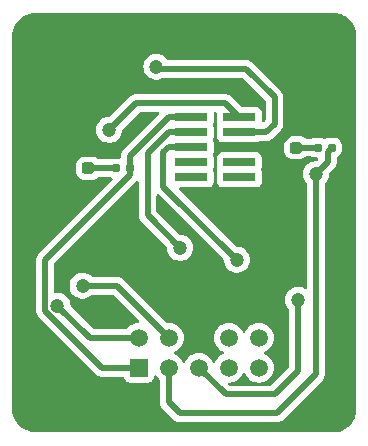
<source format=gbr>
%TF.GenerationSoftware,KiCad,Pcbnew,8.0.5*%
%TF.CreationDate,2024-11-27T14:45:04+01:00*%
%TF.ProjectId,TOF_PCB_COTE,544f465f-5043-4425-9f43-4f54452e6b69,rev?*%
%TF.SameCoordinates,Original*%
%TF.FileFunction,Copper,L1,Top*%
%TF.FilePolarity,Positive*%
%FSLAX46Y46*%
G04 Gerber Fmt 4.6, Leading zero omitted, Abs format (unit mm)*
G04 Created by KiCad (PCBNEW 8.0.5) date 2024-11-27 14:45:04*
%MOMM*%
%LPD*%
G01*
G04 APERTURE LIST*
G04 Aperture macros list*
%AMRoundRect*
0 Rectangle with rounded corners*
0 $1 Rounding radius*
0 $2 $3 $4 $5 $6 $7 $8 $9 X,Y pos of 4 corners*
0 Add a 4 corners polygon primitive as box body*
4,1,4,$2,$3,$4,$5,$6,$7,$8,$9,$2,$3,0*
0 Add four circle primitives for the rounded corners*
1,1,$1+$1,$2,$3*
1,1,$1+$1,$4,$5*
1,1,$1+$1,$6,$7*
1,1,$1+$1,$8,$9*
0 Add four rect primitives between the rounded corners*
20,1,$1+$1,$2,$3,$4,$5,0*
20,1,$1+$1,$4,$5,$6,$7,0*
20,1,$1+$1,$6,$7,$8,$9,0*
20,1,$1+$1,$8,$9,$2,$3,0*%
G04 Aperture macros list end*
%TA.AperFunction,SMDPad,CuDef*%
%ADD10RoundRect,0.237500X-0.287500X-0.237500X0.287500X-0.237500X0.287500X0.237500X-0.287500X0.237500X0*%
%TD*%
%TA.AperFunction,SMDPad,CuDef*%
%ADD11RoundRect,0.160000X-0.197500X-0.160000X0.197500X-0.160000X0.197500X0.160000X-0.197500X0.160000X0*%
%TD*%
%TA.AperFunction,SMDPad,CuDef*%
%ADD12R,2.790000X0.740000*%
%TD*%
%TA.AperFunction,ComponentPad*%
%ADD13R,1.508000X1.508000*%
%TD*%
%TA.AperFunction,ComponentPad*%
%ADD14C,1.508000*%
%TD*%
%TA.AperFunction,ViaPad*%
%ADD15C,1.200000*%
%TD*%
%TA.AperFunction,Conductor*%
%ADD16C,0.500000*%
%TD*%
G04 APERTURE END LIST*
D10*
%TO.P,D101,1,K*%
%TO.N,GND*%
X128500000Y-94650000D03*
%TO.P,D101,2,A*%
%TO.N,Net-(D101-A)*%
X130250000Y-94650000D03*
%TD*%
D11*
%TO.P,R101,1*%
%TO.N,Net-(D101-A)*%
X132555000Y-94650000D03*
%TO.P,R101,2*%
%TO.N,/TOF_GPIO1*%
X133750000Y-94650000D03*
%TD*%
D10*
%TO.P,D102,1,K*%
%TO.N,GND*%
X146097500Y-92900000D03*
%TO.P,D102,2,A*%
%TO.N,Net-(D102-A)*%
X147847500Y-92900000D03*
%TD*%
D12*
%TO.P,J101,01,01*%
%TO.N,/TOF_GPIO1*%
X138945000Y-90325000D03*
%TO.P,J101,02,02*%
%TO.N,/I2C_MAIN_SDA*%
X143015000Y-90325000D03*
%TO.P,J101,03,03*%
%TO.N,/TOF_XSHUT*%
X138945000Y-91595000D03*
%TO.P,J101,04,04*%
%TO.N,/I2C_MAIN_SCL*%
X143015000Y-91595000D03*
%TO.P,J101,05,05*%
%TO.N,+5V*%
X138945000Y-92865000D03*
%TO.P,J101,06,06*%
%TO.N,GND*%
X143015000Y-92865000D03*
%TO.P,J101,07,07*%
%TO.N,unconnected-(J101-Pad07)*%
X138945000Y-94135000D03*
%TO.P,J101,08,08*%
%TO.N,unconnected-(J101-Pad08)*%
X143015000Y-94135000D03*
%TO.P,J101,09,09*%
%TO.N,unconnected-(J101-Pad09)*%
X138945000Y-95405000D03*
%TO.P,J101,10,10*%
%TO.N,unconnected-(J101-Pad10)*%
X143015000Y-95405000D03*
%TD*%
D11*
%TO.P,R102,1*%
%TO.N,Net-(D102-A)*%
X149652500Y-92900000D03*
%TO.P,R102,2*%
%TO.N,/TOF_XSHUT*%
X150847500Y-92900000D03*
%TD*%
D13*
%TO.P,U101,1,INT_I*%
%TO.N,/TOF_GPIO1*%
X134520000Y-111540000D03*
D14*
%TO.P,U101,2,SCL_I*%
%TO.N,/I2C_MAIN_SCL*%
X134520000Y-109000000D03*
%TO.P,U101,3,XSDN_I*%
%TO.N,/TOF_XSHUT*%
X137060000Y-111540000D03*
%TO.P,U101,4,SDA_I*%
%TO.N,/I2C_MAIN_SDA*%
X137060000Y-109000000D03*
%TO.P,U101,5,VDD*%
%TO.N,+5V*%
X139600000Y-111540000D03*
%TO.P,U101,6,GND*%
%TO.N,GND*%
X139600000Y-109000000D03*
%TO.P,U101,7,NC*%
%TO.N,unconnected-(U101-NC-Pad7)*%
X142140000Y-111540000D03*
%TO.P,U101,8,NC*%
%TO.N,unconnected-(U101-NC-Pad8)*%
X142140000Y-109000000D03*
%TO.P,U101,9,NC1_I*%
%TO.N,unconnected-(U101-NC1_I-Pad9)*%
X144680000Y-111540000D03*
%TO.P,U101,10,NC0_I*%
%TO.N,unconnected-(U101-NC0_I-Pad10)*%
X144680000Y-109000000D03*
%TD*%
D15*
%TO.N,/TOF_XSHUT*%
X138007537Y-101392463D03*
X149500000Y-95150000D03*
%TO.N,/I2C_MAIN_SCL*%
X127625000Y-106275000D03*
X136000000Y-86050000D03*
%TO.N,+5V*%
X148000000Y-105800000D03*
X142800000Y-102400000D03*
%TO.N,/I2C_MAIN_SDA*%
X129750000Y-104600000D03*
X132000000Y-91400000D03*
%TD*%
D16*
%TO.N,GND*%
X133900000Y-84500000D02*
X144350000Y-84500000D01*
X146062500Y-92865000D02*
X146097500Y-92900000D01*
X143015000Y-92865000D02*
X146062500Y-92865000D01*
X139600000Y-109000000D02*
X146097500Y-102502500D01*
X128500000Y-89900000D02*
X133900000Y-84500000D01*
X147750000Y-91247500D02*
X146097500Y-92900000D01*
X128500000Y-94650000D02*
X128500000Y-89900000D01*
X146097500Y-102502500D02*
X146097500Y-92900000D01*
X144350000Y-84500000D02*
X147750000Y-87900000D01*
X147750000Y-87900000D02*
X147750000Y-91247500D01*
%TO.N,Net-(D101-A)*%
X132555000Y-94650000D02*
X130250000Y-94650000D01*
%TO.N,Net-(D102-A)*%
X149652500Y-92900000D02*
X147847500Y-92900000D01*
%TO.N,/TOF_GPIO1*%
X134520000Y-111540000D02*
X131405075Y-111540000D01*
X133750000Y-95250000D02*
X133750000Y-94650000D01*
X126575000Y-102425000D02*
X133750000Y-95250000D01*
X126575000Y-106709925D02*
X126575000Y-102425000D01*
X133750000Y-94650000D02*
X133750000Y-93625000D01*
X133750000Y-93625000D02*
X137050000Y-90325000D01*
X131405075Y-111540000D02*
X126575000Y-106709925D01*
X137050000Y-90325000D02*
X138945000Y-90325000D01*
%TO.N,/TOF_XSHUT*%
X135250000Y-98634926D02*
X135250000Y-93395000D01*
X150500000Y-93247500D02*
X150847500Y-92900000D01*
X150500000Y-94150000D02*
X150500000Y-93247500D01*
X138007537Y-101392463D02*
X135250000Y-98634926D01*
X149500000Y-112100000D02*
X149500000Y-95150000D01*
X138000000Y-115400000D02*
X146200000Y-115400000D01*
X146200000Y-115400000D02*
X149500000Y-112100000D01*
X137060000Y-111540000D02*
X137060000Y-114460000D01*
X135250000Y-93395000D02*
X137050000Y-91595000D01*
X149500000Y-95150000D02*
X150500000Y-94150000D01*
X137050000Y-91595000D02*
X138945000Y-91595000D01*
X137060000Y-114460000D02*
X138000000Y-115400000D01*
%TO.N,/I2C_MAIN_SCL*%
X146000000Y-90900000D02*
X145305000Y-91595000D01*
X127625000Y-106275000D02*
X130350000Y-109000000D01*
X130350000Y-109000000D02*
X134520000Y-109000000D01*
X146000000Y-88650000D02*
X146000000Y-90900000D01*
X143600000Y-86250000D02*
X146000000Y-88650000D01*
X136200000Y-86250000D02*
X143600000Y-86250000D01*
X145305000Y-91595000D02*
X143015000Y-91595000D01*
X136000000Y-86050000D02*
X136200000Y-86250000D01*
%TO.N,+5V*%
X136600000Y-94600000D02*
X136600000Y-96200000D01*
X136600000Y-96200000D02*
X142800000Y-102400000D01*
X137050000Y-92865000D02*
X136600000Y-93315000D01*
X148000000Y-105800000D02*
X148000000Y-111800000D01*
X136600000Y-93315000D02*
X136600000Y-94600000D01*
X146000000Y-113800000D02*
X141860000Y-113800000D01*
X138945000Y-92865000D02*
X137050000Y-92865000D01*
X141860000Y-113800000D02*
X139600000Y-111540000D01*
X148000000Y-111800000D02*
X146000000Y-113800000D01*
%TO.N,/I2C_MAIN_SDA*%
X143015000Y-90325000D02*
X141840000Y-89150000D01*
X143015000Y-90325000D02*
X142675000Y-90325000D01*
X129750000Y-104600000D02*
X132660000Y-104600000D01*
X142675000Y-90325000D02*
X142500000Y-90150000D01*
X134250000Y-89150000D02*
X132000000Y-91400000D01*
X141840000Y-89150000D02*
X134250000Y-89150000D01*
X132660000Y-104600000D02*
X137060000Y-109000000D01*
%TD*%
%TA.AperFunction,Conductor*%
%TO.N,GND*%
G36*
X151003872Y-81500740D02*
G01*
X151233870Y-81515033D01*
X151249109Y-81516934D01*
X151471823Y-81558887D01*
X151486728Y-81562666D01*
X151702509Y-81631863D01*
X151716831Y-81637457D01*
X151922402Y-81732846D01*
X151935916Y-81740168D01*
X152128083Y-81860266D01*
X152140594Y-81869209D01*
X152316418Y-82012180D01*
X152327718Y-82022598D01*
X152484492Y-82186241D01*
X152494423Y-82197988D01*
X152629720Y-82379770D01*
X152638121Y-82392655D01*
X152749870Y-82589788D01*
X152756611Y-82603614D01*
X152843093Y-82813064D01*
X152848070Y-82827618D01*
X152895091Y-82999216D01*
X152899500Y-83031986D01*
X152899500Y-115304823D01*
X152897560Y-115326673D01*
X152858861Y-115542851D01*
X152854895Y-115558812D01*
X152781779Y-115787171D01*
X152775737Y-115802467D01*
X152673038Y-116019154D01*
X152665024Y-116033516D01*
X152534554Y-116234702D01*
X152524710Y-116247877D01*
X152368765Y-116430025D01*
X152357265Y-116441781D01*
X152178580Y-116601696D01*
X152165624Y-116611827D01*
X151967354Y-116746684D01*
X151953172Y-116755011D01*
X151738795Y-116862444D01*
X151723636Y-116868821D01*
X151496935Y-116946937D01*
X151481064Y-116951252D01*
X151246011Y-116998681D01*
X151229710Y-117000858D01*
X150987025Y-117016990D01*
X150978713Y-117017263D01*
X125842046Y-116999613D01*
X125841272Y-116999562D01*
X125771817Y-116999562D01*
X125763744Y-116999299D01*
X125513704Y-116982981D01*
X125497694Y-116980882D01*
X125255880Y-116933001D01*
X125240278Y-116928840D01*
X125006735Y-116849943D01*
X124991807Y-116843791D01*
X124832088Y-116765434D01*
X124770482Y-116735210D01*
X124756488Y-116727174D01*
X124582866Y-116611827D01*
X124551153Y-116590758D01*
X124538314Y-116580966D01*
X124445383Y-116499998D01*
X124352449Y-116419027D01*
X124340994Y-116407652D01*
X124177746Y-116222931D01*
X124167864Y-116210162D01*
X124080489Y-116080638D01*
X124030003Y-116005798D01*
X124021867Y-115991858D01*
X123911733Y-115771317D01*
X123905474Y-115756432D01*
X123824924Y-115523428D01*
X123820660Y-115507876D01*
X123771072Y-115266395D01*
X123768861Y-115250407D01*
X123750823Y-115001091D01*
X123750500Y-114992143D01*
X123750500Y-106783845D01*
X125824499Y-106783845D01*
X125853340Y-106928832D01*
X125853343Y-106928842D01*
X125909914Y-107065417D01*
X125942812Y-107114652D01*
X125942813Y-107114655D01*
X125992046Y-107188339D01*
X125992052Y-107188346D01*
X130822124Y-112018416D01*
X130926659Y-112122951D01*
X130926662Y-112122953D01*
X130926663Y-112122954D01*
X131049578Y-112205083D01*
X131049581Y-112205085D01*
X131106154Y-112228518D01*
X131106155Y-112228518D01*
X131186163Y-112261659D01*
X131302316Y-112284763D01*
X131321543Y-112288587D01*
X131331156Y-112290500D01*
X131331157Y-112290500D01*
X131331158Y-112290500D01*
X131478993Y-112290500D01*
X133148594Y-112290500D01*
X133215633Y-112310185D01*
X133261388Y-112362989D01*
X133269891Y-112393986D01*
X133270124Y-112393932D01*
X133271663Y-112400444D01*
X133271883Y-112401250D01*
X133271900Y-112401406D01*
X133271909Y-112401486D01*
X133322202Y-112536328D01*
X133322206Y-112536335D01*
X133408452Y-112651544D01*
X133408455Y-112651547D01*
X133523664Y-112737793D01*
X133523671Y-112737797D01*
X133658517Y-112788091D01*
X133658516Y-112788091D01*
X133661465Y-112788408D01*
X133718127Y-112794500D01*
X135321872Y-112794499D01*
X135381483Y-112788091D01*
X135516331Y-112737796D01*
X135631546Y-112651546D01*
X135717796Y-112536331D01*
X135768091Y-112401483D01*
X135774500Y-112341873D01*
X135774499Y-112284545D01*
X135794182Y-112217509D01*
X135846986Y-112171753D01*
X135916144Y-112161809D01*
X135979700Y-112190833D01*
X136000073Y-112213422D01*
X136095326Y-112349457D01*
X136250543Y-112504674D01*
X136256619Y-112508929D01*
X136300246Y-112563503D01*
X136309500Y-112610506D01*
X136309500Y-114533918D01*
X136309500Y-114533920D01*
X136309499Y-114533920D01*
X136338340Y-114678907D01*
X136338343Y-114678917D01*
X136394913Y-114815490D01*
X136394914Y-114815491D01*
X136394916Y-114815495D01*
X136417510Y-114849309D01*
X136475372Y-114935908D01*
X136477051Y-114938420D01*
X136477052Y-114938421D01*
X137521584Y-115982952D01*
X137521589Y-115982956D01*
X137586910Y-116026601D01*
X137586911Y-116026601D01*
X137644505Y-116065084D01*
X137682056Y-116080638D01*
X137781088Y-116121659D01*
X137897241Y-116144763D01*
X137916468Y-116148587D01*
X137926081Y-116150500D01*
X137926082Y-116150500D01*
X146273920Y-116150500D01*
X146371462Y-116131096D01*
X146418913Y-116121658D01*
X146555495Y-116065084D01*
X146613088Y-116026602D01*
X146613090Y-116026601D01*
X146678410Y-115982956D01*
X146678409Y-115982956D01*
X146678416Y-115982952D01*
X150082952Y-112578416D01*
X150092916Y-112563503D01*
X150133975Y-112502053D01*
X150133976Y-112502051D01*
X150165084Y-112455495D01*
X150195133Y-112382951D01*
X150221659Y-112318912D01*
X150250500Y-112173917D01*
X150250500Y-112026082D01*
X150250500Y-96009738D01*
X150270185Y-95942699D01*
X150290962Y-95918101D01*
X150301938Y-95908093D01*
X150316764Y-95894579D01*
X150439673Y-95731821D01*
X150530582Y-95549250D01*
X150586397Y-95353083D01*
X150605215Y-95150000D01*
X150605214Y-95149999D01*
X150605562Y-95146254D01*
X150631348Y-95081317D01*
X150641352Y-95070014D01*
X151082947Y-94628420D01*
X151082950Y-94628417D01*
X151082950Y-94628416D01*
X151082952Y-94628415D01*
X151133427Y-94552873D01*
X151165084Y-94505495D01*
X151206536Y-94405421D01*
X151206538Y-94405418D01*
X151211882Y-94392514D01*
X151221659Y-94368912D01*
X151250500Y-94223917D01*
X151250500Y-94076082D01*
X151250500Y-93777315D01*
X151270185Y-93710276D01*
X151313131Y-93673062D01*
X151311651Y-93670613D01*
X151455329Y-93583757D01*
X151455330Y-93583755D01*
X151455335Y-93583753D01*
X151568753Y-93470335D01*
X151580129Y-93451518D01*
X151646042Y-93342483D01*
X151651733Y-93333069D01*
X151699452Y-93179933D01*
X151705500Y-93113381D01*
X151705499Y-92686620D01*
X151705499Y-92686611D01*
X151699453Y-92620073D01*
X151699452Y-92620070D01*
X151699452Y-92620067D01*
X151665854Y-92512247D01*
X151651734Y-92466933D01*
X151651732Y-92466929D01*
X151568757Y-92329670D01*
X151568753Y-92329665D01*
X151455334Y-92216246D01*
X151455329Y-92216242D01*
X151318070Y-92133267D01*
X151318066Y-92133265D01*
X151164933Y-92085548D01*
X151164935Y-92085548D01*
X151138312Y-92083128D01*
X151098381Y-92079500D01*
X151098378Y-92079500D01*
X150596611Y-92079500D01*
X150530073Y-92085546D01*
X150530066Y-92085548D01*
X150376933Y-92133265D01*
X150376929Y-92133267D01*
X150314149Y-92171219D01*
X150246594Y-92189055D01*
X150185851Y-92171219D01*
X150123070Y-92133267D01*
X150123066Y-92133265D01*
X149969933Y-92085548D01*
X149969935Y-92085548D01*
X149943312Y-92083128D01*
X149903381Y-92079500D01*
X149903378Y-92079500D01*
X149401611Y-92079500D01*
X149335073Y-92085546D01*
X149335066Y-92085548D01*
X149181933Y-92133265D01*
X149175092Y-92136345D01*
X149174268Y-92134514D01*
X149120511Y-92149500D01*
X148717052Y-92149500D01*
X148650013Y-92129815D01*
X148629371Y-92113181D01*
X148595851Y-92079661D01*
X148595850Y-92079660D01*
X148487571Y-92012873D01*
X148449018Y-91989093D01*
X148449013Y-91989091D01*
X148447569Y-91988612D01*
X148285253Y-91934826D01*
X148285251Y-91934825D01*
X148184178Y-91924500D01*
X147510830Y-91924500D01*
X147510812Y-91924501D01*
X147409747Y-91934825D01*
X147245984Y-91989092D01*
X147245981Y-91989093D01*
X147099148Y-92079661D01*
X146977161Y-92201648D01*
X146886593Y-92348481D01*
X146886591Y-92348486D01*
X146873052Y-92389344D01*
X146832326Y-92512247D01*
X146832326Y-92512248D01*
X146832325Y-92512248D01*
X146822000Y-92613315D01*
X146822000Y-93186669D01*
X146822001Y-93186687D01*
X146832325Y-93287752D01*
X146868609Y-93397249D01*
X146886592Y-93451516D01*
X146977160Y-93598350D01*
X147099150Y-93720340D01*
X147245984Y-93810908D01*
X147409747Y-93865174D01*
X147510823Y-93875500D01*
X148184176Y-93875499D01*
X148184184Y-93875498D01*
X148184187Y-93875498D01*
X148239530Y-93869844D01*
X148285253Y-93865174D01*
X148449016Y-93810908D01*
X148595850Y-93720340D01*
X148629371Y-93686819D01*
X148690694Y-93653334D01*
X148717052Y-93650500D01*
X149120511Y-93650500D01*
X149174268Y-93665485D01*
X149175092Y-93663655D01*
X149181933Y-93666734D01*
X149206856Y-93674500D01*
X149335067Y-93714452D01*
X149401619Y-93720500D01*
X149568770Y-93720499D01*
X149635809Y-93740183D01*
X149681564Y-93792987D01*
X149691508Y-93862145D01*
X149662483Y-93925701D01*
X149656452Y-93932179D01*
X149575453Y-94013180D01*
X149514131Y-94046666D01*
X149487771Y-94049500D01*
X149398024Y-94049500D01*
X149197544Y-94086976D01*
X149197541Y-94086976D01*
X149197541Y-94086977D01*
X149007364Y-94160651D01*
X149007357Y-94160655D01*
X148833960Y-94268017D01*
X148833958Y-94268019D01*
X148683237Y-94405418D01*
X148560327Y-94568178D01*
X148469422Y-94750739D01*
X148469417Y-94750752D01*
X148413602Y-94946917D01*
X148394785Y-95149999D01*
X148394785Y-95150000D01*
X148413602Y-95353082D01*
X148469417Y-95549247D01*
X148469422Y-95549260D01*
X148558632Y-95728416D01*
X148560327Y-95731821D01*
X148629088Y-95822876D01*
X148683237Y-95894580D01*
X148709038Y-95918101D01*
X148745320Y-95977812D01*
X148749500Y-96009738D01*
X148749500Y-104747072D01*
X148729815Y-104814111D01*
X148677011Y-104859866D01*
X148607853Y-104869810D01*
X148560223Y-104852499D01*
X148492642Y-104810655D01*
X148492635Y-104810651D01*
X148328517Y-104747072D01*
X148302456Y-104736976D01*
X148101976Y-104699500D01*
X147898024Y-104699500D01*
X147697544Y-104736976D01*
X147697541Y-104736976D01*
X147697541Y-104736977D01*
X147507364Y-104810651D01*
X147507357Y-104810655D01*
X147333960Y-104918017D01*
X147333958Y-104918019D01*
X147183237Y-105055418D01*
X147060327Y-105218178D01*
X146969422Y-105400739D01*
X146969417Y-105400752D01*
X146913602Y-105596917D01*
X146894785Y-105799999D01*
X146894785Y-105800000D01*
X146913602Y-106003082D01*
X146969417Y-106199247D01*
X146969422Y-106199260D01*
X147060327Y-106381821D01*
X147183237Y-106544580D01*
X147209038Y-106568101D01*
X147245320Y-106627812D01*
X147249500Y-106659738D01*
X147249500Y-111437770D01*
X147229815Y-111504809D01*
X147213181Y-111525451D01*
X145725451Y-113013181D01*
X145664128Y-113046666D01*
X145637770Y-113049500D01*
X142222229Y-113049500D01*
X142155190Y-113029815D01*
X142134548Y-113013181D01*
X142126337Y-113004970D01*
X142092852Y-112943647D01*
X142097836Y-112873955D01*
X142139708Y-112818022D01*
X142203209Y-112793762D01*
X142358674Y-112780161D01*
X142570703Y-112723347D01*
X142769646Y-112630579D01*
X142949457Y-112504674D01*
X143104674Y-112349457D01*
X143230579Y-112169646D01*
X143297618Y-112025878D01*
X143343790Y-111973439D01*
X143410983Y-111954287D01*
X143477864Y-111974502D01*
X143522381Y-112025878D01*
X143561373Y-112109497D01*
X143589419Y-112169642D01*
X143589423Y-112169650D01*
X143715322Y-112349452D01*
X143715327Y-112349458D01*
X143870541Y-112504672D01*
X143870547Y-112504677D01*
X144050349Y-112630576D01*
X144050351Y-112630577D01*
X144050354Y-112630579D01*
X144249297Y-112723347D01*
X144461326Y-112780161D01*
X144616779Y-112793761D01*
X144679998Y-112799292D01*
X144680000Y-112799292D01*
X144680002Y-112799292D01*
X144743221Y-112793761D01*
X144898674Y-112780161D01*
X145110703Y-112723347D01*
X145309646Y-112630579D01*
X145489457Y-112504674D01*
X145644674Y-112349457D01*
X145770579Y-112169646D01*
X145863347Y-111970703D01*
X145920161Y-111758674D01*
X145939292Y-111540000D01*
X145920161Y-111321326D01*
X145863347Y-111109297D01*
X145770579Y-110910354D01*
X145770577Y-110910351D01*
X145770576Y-110910349D01*
X145644677Y-110730547D01*
X145644672Y-110730541D01*
X145489458Y-110575327D01*
X145489452Y-110575322D01*
X145309650Y-110449423D01*
X145309642Y-110449419D01*
X145165879Y-110382382D01*
X145113439Y-110336210D01*
X145094287Y-110269017D01*
X145114502Y-110202136D01*
X145165879Y-110157618D01*
X145309646Y-110090579D01*
X145489457Y-109964674D01*
X145644674Y-109809457D01*
X145770579Y-109629646D01*
X145863347Y-109430703D01*
X145920161Y-109218674D01*
X145939292Y-109000000D01*
X145920161Y-108781326D01*
X145863347Y-108569297D01*
X145770579Y-108370354D01*
X145770577Y-108370351D01*
X145770576Y-108370349D01*
X145644677Y-108190547D01*
X145644672Y-108190541D01*
X145489458Y-108035327D01*
X145489452Y-108035322D01*
X145309650Y-107909423D01*
X145309642Y-107909419D01*
X145110708Y-107816655D01*
X145110706Y-107816654D01*
X145110703Y-107816653D01*
X144959885Y-107776240D01*
X144898675Y-107759839D01*
X144898668Y-107759838D01*
X144680002Y-107740708D01*
X144679998Y-107740708D01*
X144461331Y-107759838D01*
X144461324Y-107759839D01*
X144338902Y-107792642D01*
X144249297Y-107816653D01*
X144249295Y-107816653D01*
X144249291Y-107816655D01*
X144050357Y-107909419D01*
X144050349Y-107909423D01*
X143870547Y-108035322D01*
X143870541Y-108035327D01*
X143715327Y-108190541D01*
X143715322Y-108190547D01*
X143589423Y-108370349D01*
X143589419Y-108370357D01*
X143522382Y-108514120D01*
X143476210Y-108566560D01*
X143409017Y-108585712D01*
X143342135Y-108565496D01*
X143297618Y-108514120D01*
X143230580Y-108370357D01*
X143230579Y-108370354D01*
X143230577Y-108370351D01*
X143230576Y-108370349D01*
X143104677Y-108190547D01*
X143104672Y-108190541D01*
X142949458Y-108035327D01*
X142949452Y-108035322D01*
X142769650Y-107909423D01*
X142769642Y-107909419D01*
X142570708Y-107816655D01*
X142570706Y-107816654D01*
X142570703Y-107816653D01*
X142419885Y-107776240D01*
X142358675Y-107759839D01*
X142358668Y-107759838D01*
X142140002Y-107740708D01*
X142139998Y-107740708D01*
X141921331Y-107759838D01*
X141921324Y-107759839D01*
X141798902Y-107792642D01*
X141709297Y-107816653D01*
X141709295Y-107816653D01*
X141709291Y-107816655D01*
X141510357Y-107909419D01*
X141510349Y-107909423D01*
X141330547Y-108035322D01*
X141330541Y-108035327D01*
X141175327Y-108190541D01*
X141175322Y-108190547D01*
X141049423Y-108370349D01*
X141049419Y-108370357D01*
X140956655Y-108569291D01*
X140899839Y-108781324D01*
X140899838Y-108781331D01*
X140880708Y-108999997D01*
X140880708Y-109000000D01*
X140899839Y-109218674D01*
X140956653Y-109430703D01*
X140956654Y-109430706D01*
X140956655Y-109430708D01*
X141049419Y-109629642D01*
X141049423Y-109629650D01*
X141175322Y-109809452D01*
X141175327Y-109809458D01*
X141330541Y-109964672D01*
X141330547Y-109964677D01*
X141510349Y-110090576D01*
X141510351Y-110090577D01*
X141510354Y-110090579D01*
X141594963Y-110130032D01*
X141654120Y-110157618D01*
X141706560Y-110203790D01*
X141725712Y-110270983D01*
X141705496Y-110337865D01*
X141654120Y-110382382D01*
X141510357Y-110449419D01*
X141510349Y-110449423D01*
X141330547Y-110575322D01*
X141330541Y-110575327D01*
X141175327Y-110730541D01*
X141175322Y-110730547D01*
X141049423Y-110910349D01*
X141049419Y-110910357D01*
X140982382Y-111054120D01*
X140936210Y-111106560D01*
X140869017Y-111125712D01*
X140802135Y-111105496D01*
X140757618Y-111054120D01*
X140730032Y-110994963D01*
X140690579Y-110910354D01*
X140690577Y-110910351D01*
X140690576Y-110910349D01*
X140564677Y-110730547D01*
X140564672Y-110730541D01*
X140409458Y-110575327D01*
X140409452Y-110575322D01*
X140229650Y-110449423D01*
X140229642Y-110449419D01*
X140030708Y-110356655D01*
X140030706Y-110356654D01*
X140030703Y-110356653D01*
X139879885Y-110316240D01*
X139818675Y-110299839D01*
X139818668Y-110299838D01*
X139600002Y-110280708D01*
X139599998Y-110280708D01*
X139381331Y-110299838D01*
X139381324Y-110299839D01*
X139258902Y-110332642D01*
X139169297Y-110356653D01*
X139169295Y-110356653D01*
X139169291Y-110356655D01*
X138970357Y-110449419D01*
X138970349Y-110449423D01*
X138790547Y-110575322D01*
X138790541Y-110575327D01*
X138635327Y-110730541D01*
X138635322Y-110730547D01*
X138509423Y-110910349D01*
X138509419Y-110910357D01*
X138442382Y-111054120D01*
X138396210Y-111106560D01*
X138329017Y-111125712D01*
X138262135Y-111105496D01*
X138217618Y-111054120D01*
X138190032Y-110994963D01*
X138150579Y-110910354D01*
X138150577Y-110910351D01*
X138150576Y-110910349D01*
X138024677Y-110730547D01*
X138024672Y-110730541D01*
X137869458Y-110575327D01*
X137869452Y-110575322D01*
X137689650Y-110449423D01*
X137689642Y-110449419D01*
X137545879Y-110382382D01*
X137493439Y-110336210D01*
X137474287Y-110269017D01*
X137494502Y-110202136D01*
X137545879Y-110157618D01*
X137689646Y-110090579D01*
X137869457Y-109964674D01*
X138024674Y-109809457D01*
X138150579Y-109629646D01*
X138243347Y-109430703D01*
X138300161Y-109218674D01*
X138319292Y-109000000D01*
X138300161Y-108781326D01*
X138243347Y-108569297D01*
X138150579Y-108370354D01*
X138150577Y-108370351D01*
X138150576Y-108370349D01*
X138024677Y-108190547D01*
X138024672Y-108190541D01*
X137869458Y-108035327D01*
X137869452Y-108035322D01*
X137689650Y-107909423D01*
X137689642Y-107909419D01*
X137490708Y-107816655D01*
X137490706Y-107816654D01*
X137490703Y-107816653D01*
X137339885Y-107776240D01*
X137278675Y-107759839D01*
X137278668Y-107759838D01*
X137060002Y-107740708D01*
X137059997Y-107740708D01*
X136935597Y-107751590D01*
X136867097Y-107737823D01*
X136837110Y-107715743D01*
X133138421Y-104017052D01*
X133138414Y-104017046D01*
X133064729Y-103967812D01*
X133064729Y-103967813D01*
X133015491Y-103934913D01*
X132878917Y-103878343D01*
X132878907Y-103878340D01*
X132733920Y-103849500D01*
X132733918Y-103849500D01*
X130608307Y-103849500D01*
X130541268Y-103829815D01*
X130524769Y-103817137D01*
X130416041Y-103718019D01*
X130416039Y-103718017D01*
X130242642Y-103610655D01*
X130242635Y-103610651D01*
X130147546Y-103573814D01*
X130052456Y-103536976D01*
X129851976Y-103499500D01*
X129648024Y-103499500D01*
X129447544Y-103536976D01*
X129447541Y-103536976D01*
X129447541Y-103536977D01*
X129257364Y-103610651D01*
X129257357Y-103610655D01*
X129083960Y-103718017D01*
X129083958Y-103718019D01*
X128933237Y-103855418D01*
X128810327Y-104018178D01*
X128719422Y-104200739D01*
X128719417Y-104200752D01*
X128663602Y-104396917D01*
X128644785Y-104599999D01*
X128644785Y-104600000D01*
X128663602Y-104803082D01*
X128719417Y-104999247D01*
X128719422Y-104999260D01*
X128810327Y-105181821D01*
X128933237Y-105344581D01*
X129083958Y-105481980D01*
X129083960Y-105481982D01*
X129162192Y-105530421D01*
X129257363Y-105589348D01*
X129447544Y-105663024D01*
X129648024Y-105700500D01*
X129648026Y-105700500D01*
X129851974Y-105700500D01*
X129851976Y-105700500D01*
X130052456Y-105663024D01*
X130242637Y-105589348D01*
X130416041Y-105481981D01*
X130505145Y-105400752D01*
X130524769Y-105382863D01*
X130587573Y-105352246D01*
X130608307Y-105350500D01*
X132297770Y-105350500D01*
X132364809Y-105370185D01*
X132385451Y-105386819D01*
X134533661Y-107535029D01*
X134567146Y-107596352D01*
X134562162Y-107666044D01*
X134520290Y-107721977D01*
X134456787Y-107746238D01*
X134301331Y-107759838D01*
X134301324Y-107759839D01*
X134178902Y-107792642D01*
X134089297Y-107816653D01*
X134089295Y-107816653D01*
X134089291Y-107816655D01*
X133890357Y-107909419D01*
X133890349Y-107909423D01*
X133710547Y-108035322D01*
X133555324Y-108190544D01*
X133551066Y-108196626D01*
X133496489Y-108240249D01*
X133449493Y-108249500D01*
X130712230Y-108249500D01*
X130645191Y-108229815D01*
X130624549Y-108213181D01*
X128766351Y-106354983D01*
X128732866Y-106293660D01*
X128730561Y-106278743D01*
X128730214Y-106275004D01*
X128730215Y-106275000D01*
X128711397Y-106071917D01*
X128655582Y-105875750D01*
X128564673Y-105693179D01*
X128441764Y-105530421D01*
X128441762Y-105530418D01*
X128291041Y-105393019D01*
X128291039Y-105393017D01*
X128117642Y-105285655D01*
X128117635Y-105285651D01*
X128022546Y-105248814D01*
X127927456Y-105211976D01*
X127726976Y-105174500D01*
X127523024Y-105174500D01*
X127523020Y-105174500D01*
X127472282Y-105183984D01*
X127402767Y-105176952D01*
X127348090Y-105133453D01*
X127325609Y-105067299D01*
X127325500Y-105062095D01*
X127325500Y-102787229D01*
X127345185Y-102720190D01*
X127361819Y-102699548D01*
X134287819Y-95773548D01*
X134349142Y-95740063D01*
X134418834Y-95745047D01*
X134474767Y-95786919D01*
X134499184Y-95852383D01*
X134499500Y-95861229D01*
X134499500Y-98708844D01*
X134499500Y-98708846D01*
X134499499Y-98708846D01*
X134528340Y-98853833D01*
X134528343Y-98853843D01*
X134584914Y-98990418D01*
X134617812Y-99039653D01*
X134617813Y-99039656D01*
X134667046Y-99113340D01*
X134667052Y-99113347D01*
X136866184Y-101312477D01*
X136899669Y-101373800D01*
X136901974Y-101388716D01*
X136921140Y-101595545D01*
X136976954Y-101791710D01*
X136976959Y-101791723D01*
X137067864Y-101974284D01*
X137190774Y-102137044D01*
X137341495Y-102274443D01*
X137341497Y-102274445D01*
X137415094Y-102320014D01*
X137514900Y-102381811D01*
X137705081Y-102455487D01*
X137905561Y-102492963D01*
X137905563Y-102492963D01*
X138109511Y-102492963D01*
X138109513Y-102492963D01*
X138309993Y-102455487D01*
X138500174Y-102381811D01*
X138673578Y-102274444D01*
X138824301Y-102137042D01*
X138947210Y-101974284D01*
X139038119Y-101791713D01*
X139093934Y-101595546D01*
X139112752Y-101392463D01*
X139109033Y-101352333D01*
X139093934Y-101189380D01*
X139038119Y-100993213D01*
X138947210Y-100810642D01*
X138824301Y-100647884D01*
X138824299Y-100647881D01*
X138673578Y-100510482D01*
X138673576Y-100510480D01*
X138500179Y-100403118D01*
X138500172Y-100403114D01*
X138405083Y-100366277D01*
X138309993Y-100329439D01*
X138109513Y-100291963D01*
X138109511Y-100291963D01*
X138019766Y-100291963D01*
X137952727Y-100272278D01*
X137932085Y-100255644D01*
X136036819Y-98360377D01*
X136003334Y-98299054D01*
X136000500Y-98272696D01*
X136000500Y-96961229D01*
X136020185Y-96894190D01*
X136072989Y-96848435D01*
X136142147Y-96838491D01*
X136205703Y-96867516D01*
X136212166Y-96873534D01*
X139594277Y-100255644D01*
X141658647Y-102320014D01*
X141692132Y-102381337D01*
X141694437Y-102396253D01*
X141713603Y-102603082D01*
X141769417Y-102799247D01*
X141769422Y-102799260D01*
X141860327Y-102981821D01*
X141983237Y-103144581D01*
X142133958Y-103281980D01*
X142133960Y-103281982D01*
X142233141Y-103343392D01*
X142307363Y-103389348D01*
X142497544Y-103463024D01*
X142698024Y-103500500D01*
X142698026Y-103500500D01*
X142901974Y-103500500D01*
X142901976Y-103500500D01*
X143102456Y-103463024D01*
X143292637Y-103389348D01*
X143466041Y-103281981D01*
X143616764Y-103144579D01*
X143739673Y-102981821D01*
X143830582Y-102799250D01*
X143886397Y-102603083D01*
X143905215Y-102400000D01*
X143901496Y-102359870D01*
X143886397Y-102196917D01*
X143869361Y-102137042D01*
X143830582Y-102000750D01*
X143739673Y-101818179D01*
X143616764Y-101655421D01*
X143616762Y-101655418D01*
X143466041Y-101518019D01*
X143466039Y-101518017D01*
X143292642Y-101410655D01*
X143292635Y-101410651D01*
X143142097Y-101352333D01*
X143102456Y-101336976D01*
X142901976Y-101299500D01*
X142901974Y-101299500D01*
X142812229Y-101299500D01*
X142745190Y-101279815D01*
X142724548Y-101263181D01*
X137948548Y-96487180D01*
X137915063Y-96425857D01*
X137920047Y-96356165D01*
X137961919Y-96300232D01*
X138027383Y-96275815D01*
X138036229Y-96275499D01*
X140387871Y-96275499D01*
X140387872Y-96275499D01*
X140447483Y-96269091D01*
X140582331Y-96218796D01*
X140697546Y-96132546D01*
X140783796Y-96017331D01*
X140834091Y-95882483D01*
X140840500Y-95822873D01*
X140840499Y-94987128D01*
X140834091Y-94927517D01*
X140791502Y-94813332D01*
X140786519Y-94743642D01*
X140791503Y-94726667D01*
X140828148Y-94628417D01*
X140834091Y-94612483D01*
X140840500Y-94552873D01*
X140840499Y-93717128D01*
X140840499Y-93717127D01*
X141119500Y-93717127D01*
X141119501Y-94552872D01*
X141121063Y-94567405D01*
X141125908Y-94612483D01*
X141168496Y-94726667D01*
X141173480Y-94796359D01*
X141168496Y-94813333D01*
X141125908Y-94927516D01*
X141119501Y-94987116D01*
X141119501Y-94987123D01*
X141119500Y-94987135D01*
X141119500Y-95822870D01*
X141119501Y-95822876D01*
X141125908Y-95882483D01*
X141176202Y-96017328D01*
X141176206Y-96017335D01*
X141262452Y-96132544D01*
X141262455Y-96132547D01*
X141377664Y-96218793D01*
X141377671Y-96218797D01*
X141512517Y-96269091D01*
X141512516Y-96269091D01*
X141519444Y-96269835D01*
X141572127Y-96275500D01*
X144457872Y-96275499D01*
X144517483Y-96269091D01*
X144652331Y-96218796D01*
X144767546Y-96132546D01*
X144853796Y-96017331D01*
X144904091Y-95882483D01*
X144910500Y-95822873D01*
X144910499Y-94987128D01*
X144904091Y-94927517D01*
X144861502Y-94813332D01*
X144856519Y-94743642D01*
X144861503Y-94726667D01*
X144898148Y-94628417D01*
X144904091Y-94612483D01*
X144910500Y-94552873D01*
X144910499Y-93717128D01*
X144904091Y-93657517D01*
X144876580Y-93583757D01*
X144853797Y-93522671D01*
X144853793Y-93522664D01*
X144767547Y-93407455D01*
X144767544Y-93407452D01*
X144652335Y-93321206D01*
X144652328Y-93321202D01*
X144517482Y-93270908D01*
X144517483Y-93270908D01*
X144457883Y-93264501D01*
X144457881Y-93264500D01*
X144457873Y-93264500D01*
X144457864Y-93264500D01*
X141572129Y-93264500D01*
X141572123Y-93264501D01*
X141512516Y-93270908D01*
X141377671Y-93321202D01*
X141377664Y-93321206D01*
X141262455Y-93407452D01*
X141262452Y-93407455D01*
X141176206Y-93522664D01*
X141176202Y-93522671D01*
X141125908Y-93657517D01*
X141119501Y-93717116D01*
X141119500Y-93717127D01*
X140840499Y-93717127D01*
X140834091Y-93657517D01*
X140791502Y-93543332D01*
X140786519Y-93473642D01*
X140791503Y-93456667D01*
X140834091Y-93342483D01*
X140840500Y-93282873D01*
X140840499Y-92447128D01*
X140834091Y-92387517D01*
X140819533Y-92348486D01*
X140791503Y-92273333D01*
X140786519Y-92203642D01*
X140791503Y-92186667D01*
X140834091Y-92072483D01*
X140840500Y-92012873D01*
X140840499Y-91177128D01*
X140835299Y-91128757D01*
X140834091Y-91117516D01*
X140791503Y-91003333D01*
X140786519Y-90933642D01*
X140791503Y-90916667D01*
X140834091Y-90802483D01*
X140840500Y-90742873D01*
X140840499Y-90024499D01*
X140860183Y-89957461D01*
X140912987Y-89911706D01*
X140964499Y-89900500D01*
X140995500Y-89900500D01*
X141062539Y-89920185D01*
X141108294Y-89972989D01*
X141119500Y-90024500D01*
X141119500Y-90742870D01*
X141119501Y-90742876D01*
X141125908Y-90802483D01*
X141168496Y-90916667D01*
X141173480Y-90986359D01*
X141168496Y-91003333D01*
X141125908Y-91117516D01*
X141119501Y-91177116D01*
X141119501Y-91177123D01*
X141119500Y-91177135D01*
X141119500Y-92012870D01*
X141119501Y-92012876D01*
X141125908Y-92072483D01*
X141176202Y-92207328D01*
X141176206Y-92207335D01*
X141262452Y-92322544D01*
X141262455Y-92322547D01*
X141377664Y-92408793D01*
X141377671Y-92408797D01*
X141512517Y-92459091D01*
X141512516Y-92459091D01*
X141519444Y-92459835D01*
X141572127Y-92465500D01*
X144457872Y-92465499D01*
X144517483Y-92459091D01*
X144652331Y-92408796D01*
X144703843Y-92370233D01*
X144769306Y-92345816D01*
X144778154Y-92345500D01*
X145378920Y-92345500D01*
X145476462Y-92326096D01*
X145523913Y-92316658D01*
X145660495Y-92260084D01*
X145739446Y-92207331D01*
X145783416Y-92177952D01*
X146582951Y-91378416D01*
X146665084Y-91255495D01*
X146721658Y-91118913D01*
X146744649Y-91003333D01*
X146750500Y-90973920D01*
X146750500Y-88576081D01*
X146750499Y-88576080D01*
X146732366Y-88484916D01*
X146721659Y-88431088D01*
X146667408Y-88300117D01*
X146665764Y-88295522D01*
X146582954Y-88171588D01*
X146582953Y-88171587D01*
X146582951Y-88171584D01*
X146478416Y-88067049D01*
X144078421Y-85667052D01*
X144078414Y-85667046D01*
X144004729Y-85617812D01*
X144004729Y-85617813D01*
X143955491Y-85584913D01*
X143818917Y-85528343D01*
X143818907Y-85528340D01*
X143673920Y-85499500D01*
X143673918Y-85499500D01*
X137025070Y-85499500D01*
X136958031Y-85479815D01*
X136926116Y-85450227D01*
X136816762Y-85305418D01*
X136666041Y-85168019D01*
X136666039Y-85168017D01*
X136492642Y-85060655D01*
X136492635Y-85060651D01*
X136397546Y-85023814D01*
X136302456Y-84986976D01*
X136101976Y-84949500D01*
X135898024Y-84949500D01*
X135697544Y-84986976D01*
X135697541Y-84986976D01*
X135697541Y-84986977D01*
X135507364Y-85060651D01*
X135507357Y-85060655D01*
X135333960Y-85168017D01*
X135333958Y-85168019D01*
X135183237Y-85305418D01*
X135060327Y-85468178D01*
X134969422Y-85650739D01*
X134969417Y-85650752D01*
X134913602Y-85846917D01*
X134894785Y-86049999D01*
X134894785Y-86050000D01*
X134913602Y-86253082D01*
X134969417Y-86449247D01*
X134969422Y-86449260D01*
X135060327Y-86631821D01*
X135183237Y-86794581D01*
X135333958Y-86931980D01*
X135333960Y-86931982D01*
X135433141Y-86993392D01*
X135507363Y-87039348D01*
X135697544Y-87113024D01*
X135898024Y-87150500D01*
X135898026Y-87150500D01*
X136101974Y-87150500D01*
X136101976Y-87150500D01*
X136302456Y-87113024D01*
X136492637Y-87039348D01*
X136516067Y-87024840D01*
X136525383Y-87019073D01*
X136590660Y-87000500D01*
X143237770Y-87000500D01*
X143304809Y-87020185D01*
X143325451Y-87036819D01*
X145213181Y-88924548D01*
X145246666Y-88985871D01*
X145249500Y-89012229D01*
X145249500Y-90537770D01*
X145229815Y-90604809D01*
X145213185Y-90625446D01*
X145135552Y-90703080D01*
X145122180Y-90716452D01*
X145060856Y-90749936D01*
X144991165Y-90744952D01*
X144935231Y-90703080D01*
X144910815Y-90637615D01*
X144910499Y-90628794D01*
X144910499Y-89907128D01*
X144904091Y-89847517D01*
X144853796Y-89712669D01*
X144853795Y-89712668D01*
X144853793Y-89712664D01*
X144767547Y-89597455D01*
X144767544Y-89597452D01*
X144652335Y-89511206D01*
X144652328Y-89511202D01*
X144517482Y-89460908D01*
X144517483Y-89460908D01*
X144457883Y-89454501D01*
X144457881Y-89454500D01*
X144457873Y-89454500D01*
X144457865Y-89454500D01*
X143257230Y-89454500D01*
X143190191Y-89434815D01*
X143169549Y-89418181D01*
X142318421Y-88567052D01*
X142318414Y-88567046D01*
X142244729Y-88517812D01*
X142244729Y-88517813D01*
X142195491Y-88484913D01*
X142058917Y-88428343D01*
X142058907Y-88428340D01*
X141913920Y-88399500D01*
X141913918Y-88399500D01*
X134176082Y-88399500D01*
X134176076Y-88399500D01*
X134147242Y-88405234D01*
X134147243Y-88405235D01*
X134031093Y-88428339D01*
X134031083Y-88428342D01*
X133951081Y-88461479D01*
X133951082Y-88461480D01*
X133894505Y-88484915D01*
X133812372Y-88539795D01*
X133771585Y-88567047D01*
X133771581Y-88567050D01*
X132075451Y-90263181D01*
X132014128Y-90296666D01*
X131987770Y-90299500D01*
X131898024Y-90299500D01*
X131697544Y-90336976D01*
X131697541Y-90336976D01*
X131697541Y-90336977D01*
X131507364Y-90410651D01*
X131507357Y-90410655D01*
X131333960Y-90518017D01*
X131333958Y-90518019D01*
X131183237Y-90655418D01*
X131060327Y-90818178D01*
X130969422Y-91000739D01*
X130969417Y-91000752D01*
X130913602Y-91196917D01*
X130894785Y-91399999D01*
X130894785Y-91400000D01*
X130913602Y-91603082D01*
X130969417Y-91799247D01*
X130969422Y-91799260D01*
X131060327Y-91981821D01*
X131183237Y-92144581D01*
X131333958Y-92281980D01*
X131333960Y-92281982D01*
X131433141Y-92343392D01*
X131507363Y-92389348D01*
X131697544Y-92463024D01*
X131898024Y-92500500D01*
X131898026Y-92500500D01*
X132101974Y-92500500D01*
X132101976Y-92500500D01*
X132302456Y-92463024D01*
X132492637Y-92389348D01*
X132666041Y-92281981D01*
X132816764Y-92144579D01*
X132939673Y-91981821D01*
X133030582Y-91799250D01*
X133086397Y-91603083D01*
X133105215Y-91400000D01*
X133105214Y-91399999D01*
X133105562Y-91396254D01*
X133131348Y-91331317D01*
X133141344Y-91320022D01*
X134524548Y-89936819D01*
X134585871Y-89903334D01*
X134612229Y-89900500D01*
X136113770Y-89900500D01*
X136180809Y-89920185D01*
X136226564Y-89972989D01*
X136236508Y-90042147D01*
X136207483Y-90105703D01*
X136201451Y-90112181D01*
X133167050Y-93146580D01*
X133167044Y-93146588D01*
X133117812Y-93220268D01*
X133117813Y-93220269D01*
X133084921Y-93269496D01*
X133084914Y-93269508D01*
X133028342Y-93406086D01*
X133028340Y-93406092D01*
X132999500Y-93551079D01*
X132999500Y-93711316D01*
X132979815Y-93778355D01*
X132927011Y-93824110D01*
X132864278Y-93834806D01*
X132805881Y-93829500D01*
X132805878Y-93829500D01*
X132304111Y-93829500D01*
X132237573Y-93835546D01*
X132237566Y-93835548D01*
X132084433Y-93883265D01*
X132077592Y-93886345D01*
X132076768Y-93884514D01*
X132023011Y-93899500D01*
X131119552Y-93899500D01*
X131052513Y-93879815D01*
X131031871Y-93863181D01*
X130998351Y-93829661D01*
X130998350Y-93829660D01*
X130851516Y-93739092D01*
X130687753Y-93684826D01*
X130687751Y-93684825D01*
X130586678Y-93674500D01*
X129913330Y-93674500D01*
X129913312Y-93674501D01*
X129812247Y-93684825D01*
X129648484Y-93739092D01*
X129648481Y-93739093D01*
X129501648Y-93829661D01*
X129379661Y-93951648D01*
X129289093Y-94098481D01*
X129289092Y-94098484D01*
X129234826Y-94262247D01*
X129234826Y-94262248D01*
X129234825Y-94262248D01*
X129224500Y-94363315D01*
X129224500Y-94936669D01*
X129224501Y-94936687D01*
X129234825Y-95037752D01*
X129258723Y-95109870D01*
X129289092Y-95201516D01*
X129379660Y-95348350D01*
X129501650Y-95470340D01*
X129648484Y-95560908D01*
X129812247Y-95615174D01*
X129913323Y-95625500D01*
X130586676Y-95625499D01*
X130586684Y-95625498D01*
X130586687Y-95625498D01*
X130642030Y-95619844D01*
X130687753Y-95615174D01*
X130851516Y-95560908D01*
X130998350Y-95470340D01*
X131031871Y-95436819D01*
X131093194Y-95403334D01*
X131119552Y-95400500D01*
X132023011Y-95400500D01*
X132076768Y-95415485D01*
X132077592Y-95413655D01*
X132084426Y-95416730D01*
X132084431Y-95416733D01*
X132222135Y-95459643D01*
X132280280Y-95498379D01*
X132308254Y-95562404D01*
X132297173Y-95631389D01*
X132272923Y-95665708D01*
X125992050Y-101946580D01*
X125992044Y-101946588D01*
X125942812Y-102020268D01*
X125942813Y-102020269D01*
X125909921Y-102069496D01*
X125909914Y-102069508D01*
X125853342Y-102206086D01*
X125853340Y-102206092D01*
X125824500Y-102351079D01*
X125824500Y-102351082D01*
X125824500Y-106783843D01*
X125824500Y-106783845D01*
X125824499Y-106783845D01*
X123750500Y-106783845D01*
X123750500Y-83511213D01*
X123750503Y-83510356D01*
X123750522Y-83507606D01*
X123750844Y-83499498D01*
X123768908Y-83250753D01*
X123771133Y-83234721D01*
X123820689Y-82994452D01*
X123824997Y-82978822D01*
X123880096Y-82820193D01*
X123905486Y-82747096D01*
X123911793Y-82732169D01*
X124021847Y-82512927D01*
X124030039Y-82498965D01*
X124167780Y-82295947D01*
X124177725Y-82283174D01*
X124340785Y-82099880D01*
X124352316Y-82088511D01*
X124537901Y-81928073D01*
X124550823Y-81918303D01*
X124755747Y-81783474D01*
X124769851Y-81775465D01*
X124922838Y-81701367D01*
X124990629Y-81668534D01*
X125005636Y-81662442D01*
X125238494Y-81585244D01*
X125254163Y-81581164D01*
X125495106Y-81535022D01*
X125511195Y-81533021D01*
X125760112Y-81518490D01*
X125768185Y-81518283D01*
X125830080Y-81518726D01*
X125830082Y-81518725D01*
X125833232Y-81518748D01*
X125841795Y-81518214D01*
X150996118Y-81500502D01*
X151003872Y-81500740D01*
G37*
%TD.AperFunction*%
%TD*%
M02*

</source>
